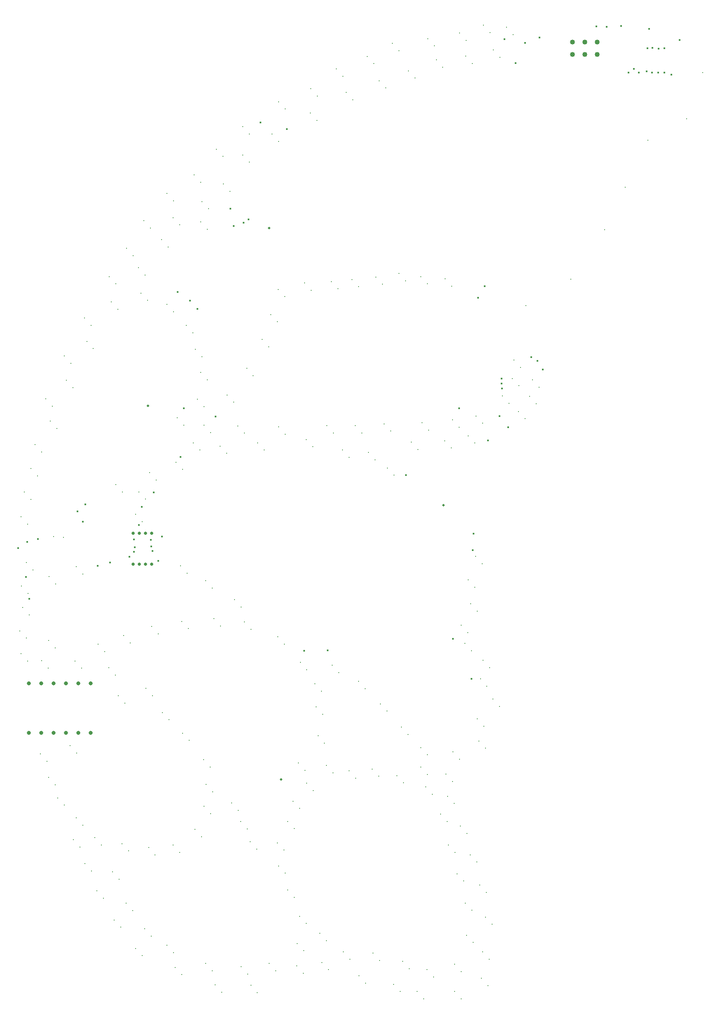
<source format=gbr>
%TF.GenerationSoftware,KiCad,Pcbnew,(6.99.0-3809-g2741d0eb4b)*%
%TF.CreationDate,2022-10-22T00:35:25-04:00*%
%TF.ProjectId,StarboardWing,53746172-626f-4617-9264-57696e672e6b,rev?*%
%TF.SameCoordinates,Original*%
%TF.FileFunction,Plated,1,4,PTH,Drill*%
%TF.FilePolarity,Positive*%
%FSLAX46Y46*%
G04 Gerber Fmt 4.6, Leading zero omitted, Abs format (unit mm)*
G04 Created by KiCad (PCBNEW (6.99.0-3809-g2741d0eb4b)) date 2022-10-22 00:35:25*
%MOMM*%
%LPD*%
G01*
G04 APERTURE LIST*
%TA.AperFunction,ComponentDrill*%
%ADD10C,0.200000*%
%TD*%
%TA.AperFunction,ComponentDrill*%
%ADD11C,0.300000*%
%TD*%
%TA.AperFunction,ViaDrill*%
%ADD12C,0.400000*%
%TD*%
%TA.AperFunction,ComponentDrill*%
%ADD13C,0.500000*%
%TD*%
%TA.AperFunction,ComponentDrill*%
%ADD14C,0.650000*%
%TD*%
%TA.AperFunction,ComponentDrill*%
%ADD15C,0.800000*%
%TD*%
%TA.AperFunction,ComponentDrill*%
%ADD16C,1.016000*%
%TD*%
G04 APERTURE END LIST*
D10*
%TO.C,J17*%
X284200000Y-53500000D03*
%TO.C,J16*%
X291200000Y-43300000D03*
%TO.C,J15*%
X295400000Y-34600000D03*
%TO.C,J13*%
X300100000Y-25000000D03*
%TO.C,J12*%
X308000000Y-20600000D03*
%TO.C,J11*%
X311300000Y-11100000D03*
D11*
%TO.C,D4*%
X171058893Y-125676393D03*
%TO.C,D5*%
X171258893Y-130376393D03*
%TO.C,D156*%
X171300000Y-102300000D03*
%TO.C,D1*%
X171358893Y-116476393D03*
%TO.C,D3*%
X171658893Y-120876393D03*
%TO.C,D155*%
X171958893Y-97176393D03*
%TO.C,D2*%
X172400000Y-111650000D03*
%TO.C,D4*%
X172408893Y-127176393D03*
%TO.C,D5*%
X172608893Y-131876393D03*
%TO.C,D156*%
X172650000Y-103800000D03*
%TO.C,D1*%
X172708893Y-117976393D03*
%TO.C,D3*%
X173008893Y-122376393D03*
%TO.C,D155*%
X173308893Y-98676393D03*
%TO.C,D154*%
X173358893Y-92376393D03*
%TO.C,D2*%
X173750000Y-113150000D03*
%TO.C,D153*%
X174158893Y-87476393D03*
%TO.C,D154*%
X174708893Y-93876393D03*
%TO.C,D26*%
X175300000Y-150950000D03*
%TO.C,D7*%
X175500000Y-131850000D03*
%TO.C,D153*%
X175508893Y-88976393D03*
%TO.C,D151*%
X176400000Y-78050000D03*
%TO.C,D26*%
X176650000Y-152450000D03*
%TO.C,D7*%
X176850000Y-133350000D03*
%TO.C,D6*%
X176958893Y-127676393D03*
%TO.C,D25*%
X176958893Y-155776393D03*
%TO.C,D130*%
X177058893Y-114576393D03*
%TO.C,D152*%
X177300000Y-82650000D03*
%TO.C,D151*%
X177750000Y-79550000D03*
%TO.C,D129*%
X177974695Y-106364645D03*
%TO.C,D6*%
X178308893Y-129176393D03*
%TO.C,D25*%
X178308893Y-157276393D03*
%TO.C,D130*%
X178408893Y-116076393D03*
%TO.C,D152*%
X178650000Y-84150000D03*
%TO.C,D24*%
X178858893Y-159976393D03*
%TO.C,D129*%
X179989949Y-106470711D03*
%TO.C,D149*%
X180158893Y-69276393D03*
%TO.C,D24*%
X180208893Y-161476393D03*
%TO.C,D150*%
X180600000Y-74250000D03*
%TO.C,D27*%
X181358893Y-149276393D03*
%TO.C,D149*%
X181508893Y-70776393D03*
%TO.C,D150*%
X181950000Y-75750000D03*
%TO.C,D28*%
X182058893Y-168576393D03*
%TO.C,D8*%
X182358893Y-131876393D03*
%TO.C,D131*%
X182650000Y-112500000D03*
%TO.C,D23*%
X182658893Y-164076393D03*
%TO.C,D27*%
X182708893Y-150776393D03*
%TO.C,D28*%
X183408893Y-170076393D03*
%TO.C,D8*%
X183708893Y-133376393D03*
%TO.C,D131*%
X184000000Y-114000000D03*
%TO.C,D23*%
X184008893Y-165576393D03*
%TO.C,D147*%
X184358893Y-61476393D03*
%TO.C,D29*%
X184450000Y-173500000D03*
%TO.C,D148*%
X184800000Y-66250000D03*
%TO.C,D147*%
X185708893Y-62976393D03*
%TO.C,D29*%
X185800000Y-175000000D03*
%TO.C,D148*%
X186150000Y-67750000D03*
%TO.C,D22*%
X186458893Y-168176393D03*
%TO.C,D31*%
X186900000Y-179050000D03*
%TO.C,D9*%
X187100000Y-128450000D03*
%TO.C,D22*%
X187808893Y-169676393D03*
%TO.C,D31*%
X188250000Y-180550000D03*
%TO.C,D9*%
X188450000Y-129950000D03*
%TO.C,D10*%
X189300000Y-133250000D03*
%TO.C,D157*%
X189400000Y-52950000D03*
%TO.C,D146*%
X189800000Y-58150000D03*
%TO.C,D30*%
X190100000Y-175150000D03*
%TO.C,D33*%
X190400000Y-185050000D03*
%TO.C,D10*%
X190650000Y-134750000D03*
%TO.C,D157*%
X190750000Y-54450000D03*
%TO.C,D128*%
X190800000Y-95650000D03*
%TO.C,D146*%
X191150000Y-59650000D03*
%TO.C,D11*%
X191300000Y-139050000D03*
%TO.C,D30*%
X191450000Y-176650000D03*
%TO.C,D33*%
X191750000Y-186550000D03*
%TO.C,D21*%
X192058893Y-169376393D03*
%TO.C,D128*%
X192150000Y-97150000D03*
%TO.C,D87*%
X192358893Y-126676393D03*
%TO.C,D11*%
X192650000Y-140550000D03*
%TO.C,D32*%
X192850000Y-181600000D03*
%TO.C,D159*%
X193000000Y-47150000D03*
%TO.C,D21*%
X193408893Y-170876393D03*
%TO.C,D87*%
X193708893Y-128176393D03*
%TO.C,D32*%
X194200000Y-183100000D03*
%TO.C,D159*%
X194350000Y-48650000D03*
%TO.C,D135*%
X194858893Y-101776393D03*
%TO.C,D35*%
X194858893Y-190876393D03*
%TO.C,D158*%
X195400000Y-51150000D03*
%TO.C,D127*%
X195500000Y-97150000D03*
%TO.C,D145*%
X195900000Y-56350000D03*
%TO.C,D135*%
X196208893Y-103276393D03*
%TO.C,D35*%
X196208893Y-192376393D03*
%TO.C,D161*%
X196558893Y-41476393D03*
%TO.C,D34*%
X196700000Y-186850000D03*
%TO.C,D158*%
X196750000Y-52650000D03*
%TO.C,D127*%
X196850000Y-98650000D03*
%TO.C,D12*%
X196950000Y-137500000D03*
%TO.C,D145*%
X197250000Y-57850000D03*
%TO.C,D20*%
X197500000Y-170150000D03*
%TO.C,D126*%
X197750000Y-93200000D03*
%TO.C,D161*%
X197908893Y-42976393D03*
%TO.C,D34*%
X198050000Y-188350000D03*
%TO.C,D88*%
X198158893Y-124776393D03*
%TO.C,D12*%
X198300000Y-139000000D03*
%TO.C,D20*%
X198850000Y-171650000D03*
%TO.C,D126*%
X199100000Y-94700000D03*
%TO.C,D88*%
X199508893Y-126276393D03*
%TO.C,D160*%
X200158893Y-45376393D03*
%TO.C,D13*%
X200300000Y-142450000D03*
%TO.C,D144*%
X201258893Y-58676393D03*
%TO.C,D36*%
X201258893Y-190276393D03*
%TO.C,D165*%
X201300000Y-35900000D03*
%TO.C,D160*%
X201508893Y-46876393D03*
%TO.C,D13*%
X201650000Y-143950000D03*
%TO.C,D162*%
X202500000Y-40850000D03*
%TO.C,D19*%
X202500000Y-169650000D03*
%TO.C,D144*%
X202608893Y-60176393D03*
%TO.C,D36*%
X202608893Y-191776393D03*
%TO.C,D165*%
X202650000Y-37400000D03*
%TO.C,D37*%
X202958893Y-194776393D03*
%TO.C,D125*%
X203100000Y-91050000D03*
%TO.C,D136*%
X203400000Y-81950000D03*
%TO.C,D162*%
X203850000Y-42350000D03*
%TO.C,D19*%
X203850000Y-171150000D03*
%TO.C,D132*%
X204058893Y-112376393D03*
%TO.C,D89*%
X204300000Y-123750000D03*
%TO.C,D37*%
X204308893Y-196276393D03*
%TO.C,D125*%
X204450000Y-92550000D03*
%TO.C,D14*%
X204458893Y-146676393D03*
%TO.C,D136*%
X204750000Y-83450000D03*
%TO.C,D143*%
X205258893Y-62976393D03*
%TO.C,D132*%
X205408893Y-113876393D03*
%TO.C,D89*%
X205650000Y-125250000D03*
%TO.C,D14*%
X205808893Y-148176393D03*
%TO.C,D143*%
X206608893Y-64476393D03*
%TO.C,D124*%
X206658893Y-87076393D03*
%TO.C,D166*%
X206858893Y-32076393D03*
%TO.C,D18*%
X207000000Y-166450000D03*
%TO.C,D142*%
X207100000Y-67900000D03*
%TO.C,D139*%
X207500000Y-78150000D03*
%TO.C,D124*%
X208008893Y-88576393D03*
%TO.C,D163*%
X208200000Y-41750000D03*
%TO.C,D141*%
X208200000Y-72650000D03*
%TO.C,D166*%
X208208893Y-33576393D03*
%TO.C,D18*%
X208350000Y-167950000D03*
%TO.C,D142*%
X208450000Y-69400000D03*
%TO.C,D164*%
X208500000Y-37550000D03*
%TO.C,D15*%
X208800000Y-152150000D03*
%TO.C,D139*%
X208850000Y-79650000D03*
%TO.C,D17*%
X208850000Y-161700000D03*
%TO.C,D123*%
X208858893Y-83476393D03*
%TO.C,D38*%
X209200000Y-193950000D03*
%TO.C,D133*%
X209258893Y-115376393D03*
%TO.C,D16*%
X209300000Y-157250000D03*
%TO.C,D163*%
X209550000Y-43250000D03*
%TO.C,D141*%
X209550000Y-74150000D03*
%TO.C,D164*%
X209850000Y-39050000D03*
%TO.C,D15*%
X210150000Y-153650000D03*
%TO.C,D17*%
X210200000Y-163200000D03*
%TO.C,D123*%
X210208893Y-84976393D03*
%TO.C,D38*%
X210550000Y-195450000D03*
%TO.C,D133*%
X210608893Y-116876393D03*
%TO.C,D16*%
X210650000Y-158750000D03*
%TO.C,D90*%
X210958893Y-123176393D03*
%TO.C,D39*%
X211150000Y-198400000D03*
%TO.C,D168*%
X211450000Y-26800000D03*
%TO.C,D122*%
X212200000Y-87750000D03*
%TO.C,D90*%
X212308893Y-124676393D03*
%TO.C,D39*%
X212500000Y-199900000D03*
%TO.C,D168*%
X212800000Y-28300000D03*
%TO.C,D167*%
X212858893Y-33976393D03*
%TO.C,D122*%
X213550000Y-89250000D03*
%TO.C,D140*%
X213600000Y-77250000D03*
%TO.C,D167*%
X214208893Y-35476393D03*
%TO.C,D86*%
X214600000Y-161050000D03*
%TO.C,D140*%
X214950000Y-78750000D03*
%TO.C,D134*%
X215158893Y-119276393D03*
%TO.C,D121*%
X215850000Y-83600000D03*
%TO.C,D86*%
X215950000Y-162550000D03*
%TO.C,D85*%
X216400000Y-164850000D03*
%TO.C,D40*%
X216500000Y-194650000D03*
%TO.C,D134*%
X216508893Y-120776393D03*
%TO.C,D170*%
X216850000Y-22200000D03*
%TO.C,D169*%
X216858893Y-27976393D03*
%TO.C,D121*%
X217200000Y-85100000D03*
%TO.C,D91*%
X217200000Y-123850000D03*
%TO.C,D235*%
X217650000Y-71800000D03*
%TO.C,D85*%
X217750000Y-166350000D03*
%TO.C,D40*%
X217850000Y-196150000D03*
%TO.C,D170*%
X218200000Y-23700000D03*
%TO.C,D169*%
X218208893Y-29476393D03*
%TO.C,D84*%
X218350000Y-169000000D03*
%TO.C,D41*%
X218500000Y-198450000D03*
%TO.C,D91*%
X218550000Y-125350000D03*
%TO.C,D235*%
X219000000Y-73300000D03*
%TO.C,D84*%
X219700000Y-170500000D03*
%TO.C,D41*%
X219850000Y-199950000D03*
%TO.C,D120*%
X219858893Y-87076393D03*
%TO.C,D234*%
X220800000Y-65850000D03*
%TO.C,D120*%
X221208893Y-88576393D03*
%TO.C,D234*%
X222150000Y-67350000D03*
%TO.C,D42*%
X222258893Y-193976393D03*
%TO.C,D233*%
X222600000Y-60750000D03*
%TO.C,D171*%
X222850000Y-23700000D03*
%TO.C,D42*%
X223608893Y-195476393D03*
%TO.C,D233*%
X223950000Y-62250000D03*
%TO.C,D80*%
X223950000Y-169200000D03*
%TO.C,D92*%
X224050000Y-126900000D03*
%TO.C,D232*%
X224158893Y-55576393D03*
%TO.C,D172*%
X224200000Y-17050000D03*
%TO.C,D171*%
X224200000Y-25200000D03*
%TO.C,D119*%
X224200000Y-83850000D03*
%TO.C,D81*%
X224200000Y-173950000D03*
%TO.C,D80*%
X225300000Y-170700000D03*
%TO.C,D92*%
X225400000Y-128400000D03*
%TO.C,D232*%
X225508893Y-57076393D03*
%TO.C,D172*%
X225550000Y-18550000D03*
%TO.C,D119*%
X225550000Y-85350000D03*
%TO.C,D81*%
X225550000Y-175450000D03*
%TO.C,D79*%
X226050000Y-164800000D03*
%TO.C,D82*%
X226050000Y-178900000D03*
%TO.C,D78*%
X227200000Y-160650000D03*
%TO.C,D79*%
X227400000Y-166300000D03*
%TO.C,D82*%
X227400000Y-180400000D03*
%TO.C,D43*%
X227900000Y-194450000D03*
%TO.C,D44*%
X228058893Y-189876393D03*
%TO.C,D76*%
X228300000Y-152850000D03*
%TO.C,D78*%
X228550000Y-162150000D03*
%TO.C,D83*%
X228558893Y-184276393D03*
%TO.C,D93*%
X228658893Y-132176393D03*
%TO.C,D43*%
X229250000Y-195950000D03*
%TO.C,D44*%
X229408893Y-191376393D03*
%TO.C,D227*%
X229558893Y-54276393D03*
%TO.C,D76*%
X229650000Y-154350000D03*
%TO.C,D118*%
X229850000Y-86400000D03*
%TO.C,D83*%
X229908893Y-185776393D03*
%TO.C,D75*%
X229958893Y-156976393D03*
%TO.C,D93*%
X230008893Y-133676393D03*
%TO.C,D173*%
X230700000Y-19400000D03*
%TO.C,D174*%
X230850000Y-14400000D03*
%TO.C,D227*%
X230908893Y-55776393D03*
%TO.C,D118*%
X231200000Y-87900000D03*
%TO.C,D75*%
X231308893Y-158476393D03*
%TO.C,D94*%
X231658893Y-136576393D03*
%TO.C,D95*%
X231950000Y-141300000D03*
%TO.C,D173*%
X232050000Y-20900000D03*
%TO.C,D174*%
X232200000Y-15900000D03*
%TO.C,D96*%
X232300000Y-147250000D03*
%TO.C,D45*%
X232650000Y-187800000D03*
%TO.C,D94*%
X233008893Y-138076393D03*
%TO.C,D46*%
X233100000Y-193750000D03*
%TO.C,D95*%
X233300000Y-142800000D03*
%TO.C,D96*%
X233650000Y-148750000D03*
%TO.C,D74*%
X234000000Y-153350000D03*
%TO.C,D45*%
X234000000Y-189300000D03*
%TO.C,D236*%
X234100000Y-83550000D03*
%TO.C,D46*%
X234450000Y-195250000D03*
%TO.C,D226*%
X235058893Y-53976393D03*
%TO.C,D97*%
X235200000Y-132750000D03*
%TO.C,D74*%
X235350000Y-154850000D03*
%TO.C,D236*%
X235450000Y-85050000D03*
%TO.C,D175*%
X236100000Y-10350000D03*
%TO.C,D226*%
X236408893Y-55476393D03*
%TO.C,D97*%
X236550000Y-134250000D03*
%TO.C,D237*%
X237358893Y-88576393D03*
%TO.C,D175*%
X237450000Y-11850000D03*
%TO.C,D47*%
X237500000Y-191600000D03*
%TO.C,D176*%
X238100000Y-15150000D03*
%TO.C,D73*%
X238700000Y-154450000D03*
%TO.C,D237*%
X238708893Y-90076393D03*
%TO.C,D47*%
X238850000Y-193100000D03*
%TO.C,D225*%
X239300000Y-53550000D03*
%TO.C,D176*%
X239450000Y-16650000D03*
%TO.C,D238*%
X240000000Y-83550000D03*
%TO.C,D73*%
X240050000Y-155950000D03*
%TO.C,D98*%
X240600000Y-136050000D03*
%TO.C,D225*%
X240650000Y-55050000D03*
%TO.C,D49*%
X240750000Y-196500000D03*
%TO.C,D238*%
X241350000Y-85050000D03*
%TO.C,D98*%
X241950000Y-137550000D03*
%TO.C,D49*%
X242100000Y-198000000D03*
%TO.C,D177*%
X242400000Y-7750000D03*
%TO.C,D239*%
X242700000Y-89050000D03*
%TO.C,D72*%
X243400000Y-154050000D03*
%TO.C,D48*%
X243600000Y-191850000D03*
%TO.C,D177*%
X243750000Y-9250000D03*
%TO.C,D239*%
X244050000Y-90550000D03*
%TO.C,D224*%
X244200000Y-53050000D03*
%TO.C,D72*%
X244750000Y-155550000D03*
%TO.C,D178*%
X244900000Y-12750000D03*
%TO.C,D48*%
X244950000Y-193350000D03*
%TO.C,D99*%
X245158893Y-140676393D03*
%TO.C,D224*%
X245550000Y-54550000D03*
%TO.C,D240*%
X245858893Y-83176393D03*
%TO.C,D178*%
X246250000Y-14250000D03*
%TO.C,D99*%
X246508893Y-142176393D03*
%TO.C,D117*%
X246600000Y-92250000D03*
%TO.C,D240*%
X247208893Y-84676393D03*
%TO.C,D179*%
X247558893Y-5076393D03*
%TO.C,D50*%
X247800000Y-198250000D03*
%TO.C,D117*%
X247950000Y-93750000D03*
%TO.C,D71*%
X248500000Y-155400000D03*
%TO.C,D223*%
X248900000Y-52350000D03*
%TO.C,D179*%
X248908893Y-6576393D03*
%TO.C,D50*%
X249150000Y-199750000D03*
%TO.C,D100*%
X249458893Y-145476393D03*
%TO.C,D51*%
X249700000Y-193550000D03*
%TO.C,D71*%
X249850000Y-156900000D03*
%TO.C,D223*%
X250250000Y-53850000D03*
%TO.C,D100*%
X250808893Y-146976393D03*
%TO.C,D180*%
X250900000Y-10700000D03*
%TO.C,D51*%
X251050000Y-195050000D03*
%TO.C,D241*%
X251458893Y-86976393D03*
%TO.C,D180*%
X252250000Y-12200000D03*
%TO.C,D52*%
X252650000Y-199700000D03*
%TO.C,D241*%
X252808893Y-88476393D03*
%TO.C,D222*%
X253400000Y-52950000D03*
%TO.C,D101*%
X253400000Y-149650000D03*
%TO.C,D70*%
X253450000Y-153700000D03*
%TO.C,D242*%
X253658893Y-82976393D03*
%TO.C,D52*%
X254000000Y-201200000D03*
%TO.C,D68*%
X254400000Y-157750000D03*
%TO.C,D53*%
X254700000Y-195250000D03*
%TO.C,D222*%
X254750000Y-54450000D03*
%TO.C,D101*%
X254750000Y-151150000D03*
%TO.C,D70*%
X254800000Y-155200000D03*
%TO.C,D181*%
X254850000Y-4100000D03*
%TO.C,D242*%
X255008893Y-84476393D03*
%TO.C,D68*%
X255750000Y-159250000D03*
%TO.C,D53*%
X256050000Y-196750000D03*
%TO.C,D181*%
X256200000Y-5600000D03*
%TO.C,D182*%
X256600000Y-8450000D03*
%TO.C,D66*%
X257450000Y-163300000D03*
%TO.C,D182*%
X257950000Y-9950000D03*
%TO.C,D243*%
X258300000Y-86650000D03*
%TO.C,D221*%
X258400000Y-53450000D03*
%TO.C,D69*%
X258550000Y-155100000D03*
%TO.C,D66*%
X258800000Y-164800000D03*
%TO.C,D67*%
X258900000Y-159650000D03*
%TO.C,D64*%
X259058893Y-169676393D03*
%TO.C,D243*%
X259650000Y-88150000D03*
%TO.C,D221*%
X259750000Y-54950000D03*
%TO.C,D69*%
X259900000Y-156600000D03*
%TO.C,D244*%
X259958893Y-82376393D03*
%TO.C,D102*%
X260000000Y-150550000D03*
%TO.C,D67*%
X260250000Y-161150000D03*
%TO.C,D55*%
X260400000Y-194150000D03*
%TO.C,D54*%
X260400000Y-199750000D03*
%TO.C,D64*%
X260408893Y-171176393D03*
%TO.C,D62*%
X260900000Y-175550000D03*
%TO.C,D244*%
X261308893Y-83876393D03*
%TO.C,D102*%
X261350000Y-152050000D03*
%TO.C,D184*%
X261400000Y-2950000D03*
%TO.C,D65*%
X261550000Y-165800000D03*
%TO.C,D109*%
X261700000Y-124550000D03*
%TO.C,D55*%
X261750000Y-195650000D03*
%TO.C,D54*%
X261750000Y-201250000D03*
%TO.C,D62*%
X262250000Y-177050000D03*
%TO.C,D108*%
X262500000Y-128250000D03*
%TO.C,D60*%
X262558893Y-181576393D03*
%TO.C,D183*%
X262658893Y-7676393D03*
%TO.C,D184*%
X262750000Y-4450000D03*
%TO.C,D58*%
X262858893Y-188176393D03*
%TO.C,D65*%
X262900000Y-167300000D03*
%TO.C,D109*%
X263050000Y-126050000D03*
%TO.C,D245*%
X263200000Y-85650000D03*
%TO.C,D111*%
X263200000Y-115250000D03*
%TO.C,D63*%
X263600000Y-171650000D03*
%TO.C,D110*%
X263700000Y-120150000D03*
%TO.C,D108*%
X263850000Y-129750000D03*
%TO.C,D60*%
X263908893Y-183076393D03*
%TO.C,D183*%
X264008893Y-9176393D03*
%TO.C,D58*%
X264208893Y-189676393D03*
%TO.C,D245*%
X264550000Y-87150000D03*
%TO.C,D111*%
X264550000Y-116750000D03*
%TO.C,D112*%
X264658893Y-110376393D03*
%TO.C,D247*%
X264800000Y-81576393D03*
%TO.C,D63*%
X264950000Y-173150000D03*
%TO.C,D110*%
X265050000Y-121650000D03*
%TO.C,D104*%
X265058893Y-143776393D03*
%TO.C,D103*%
X265350000Y-148300000D03*
%TO.C,D61*%
X265558893Y-177876393D03*
%TO.C,D106*%
X265658893Y-135576393D03*
%TO.C,D56*%
X265900000Y-197000000D03*
%TO.C,D112*%
X266008893Y-111876393D03*
%TO.C,D247*%
X266150000Y-83076393D03*
%TO.C,D57*%
X266158893Y-191576393D03*
%TO.C,D107*%
X266200000Y-131750000D03*
%TO.C,D185*%
X266300000Y-1350000D03*
%TO.C,D104*%
X266408893Y-145276393D03*
%TO.C,D103*%
X266700000Y-149800000D03*
%TO.C,D59*%
X266700000Y-184450000D03*
%TO.C,D61*%
X266908893Y-179376393D03*
%TO.C,D106*%
X267008893Y-137076393D03*
%TO.C,D56*%
X267250000Y-198500000D03*
%TO.C,D57*%
X267508893Y-193076393D03*
%TO.C,D107*%
X267550000Y-133250000D03*
%TO.C,D185*%
X267650000Y-2850000D03*
%TO.C,D59*%
X268050000Y-185950000D03*
%TO.C,D105*%
X268258893Y-139676393D03*
%TO.C,D186*%
X268300000Y-6450000D03*
%TO.C,D105*%
X269608893Y-141176393D03*
%TO.C,D186*%
X269650000Y-7950000D03*
%TO.C,D248*%
X270158893Y-77476393D03*
%TO.C,D187*%
X271000000Y-1750000D03*
%TO.C,D248*%
X271508893Y-78976393D03*
%TO.C,D252*%
X272258893Y-73876393D03*
%TO.C,D187*%
X272350000Y-3250000D03*
%TO.C,D253*%
X272558893Y-70076393D03*
%TO.C,D249*%
X273500000Y-80650000D03*
%TO.C,D252*%
X273608893Y-75376393D03*
%TO.C,D253*%
X273908893Y-71576393D03*
%TO.C,D249*%
X274850000Y-82150000D03*
%TO.C,J18*%
X275000000Y-58900000D03*
%TO.C,D250*%
X275758893Y-77576393D03*
%TO.C,D251*%
X276358893Y-74176393D03*
%TO.C,D250*%
X277108893Y-79076393D03*
%TO.C,D251*%
X277708893Y-75676393D03*
%TD*%
D12*
X170700000Y-108700000D03*
X172300000Y-114600000D03*
X172600000Y-107400000D03*
X173000000Y-119100000D03*
X174800000Y-106800000D03*
X182900000Y-101200000D03*
X184000000Y-103300000D03*
X184500000Y-99700000D03*
X187038477Y-112319944D03*
X189600000Y-111624500D03*
X193587225Y-110485340D03*
X194463428Y-109491143D03*
X194475000Y-106900000D03*
X194661114Y-108499424D03*
X195500000Y-103975500D03*
X196063472Y-100198835D03*
X197925999Y-107037049D03*
X198069581Y-108333681D03*
X198286339Y-109311339D03*
X198599502Y-97300000D03*
X199500000Y-111300000D03*
X200224500Y-106300000D03*
X203500000Y-56100000D03*
X204100000Y-90000000D03*
X204700000Y-80000000D03*
X206000000Y-57900000D03*
X207500000Y-59600000D03*
X211245569Y-81720971D03*
X214300000Y-39000000D03*
X215000000Y-42600000D03*
X217000000Y-41924000D03*
X218062904Y-41224500D03*
X220500000Y-21300000D03*
X225912299Y-22712299D03*
X229500000Y-129800000D03*
X234300000Y-129700000D03*
X250400000Y-93700000D03*
X260000000Y-127300000D03*
X261300000Y-80000000D03*
X263800000Y-135500000D03*
X264050000Y-109150000D03*
X264300000Y-105700000D03*
X265200000Y-57300000D03*
X266505387Y-54899500D03*
X267200000Y-86600000D03*
X269600000Y-81600000D03*
X270000000Y-73900000D03*
X270000000Y-74900000D03*
X270110377Y-75893389D03*
X270600000Y-4200000D03*
X271400000Y-83900000D03*
X272931161Y-9149500D03*
X274800000Y-5000000D03*
X276100000Y-69500000D03*
X277400000Y-70300000D03*
X277825000Y-3925000D03*
X278500000Y-72000000D03*
X289500000Y-1600000D03*
X291600000Y-1700000D03*
X294600000Y-1500000D03*
X296100000Y-11100000D03*
X297235446Y-10359822D03*
X298200000Y-11100000D03*
X299800000Y-10800000D03*
X300000000Y-6100000D03*
X300300000Y-2100000D03*
X300900000Y-11100000D03*
X301000000Y-6000000D03*
X302200000Y-11100000D03*
X302300000Y-6200000D03*
X303500000Y-6100000D03*
X303500000Y-11100000D03*
X304900000Y-11500000D03*
X306600000Y-4400000D03*
D13*
%TO.C,J9*%
X197400000Y-79500000D03*
%TO.C,J8*%
X222300000Y-43000000D03*
%TO.C,J10*%
X224700000Y-156200000D03*
%TO.C,J2*%
X258100000Y-99900000D03*
D14*
%TO.C,J1*%
X194330000Y-105630000D03*
X194330000Y-111980000D03*
X195600000Y-105630000D03*
X195600000Y-111980000D03*
X196870000Y-105630000D03*
X196870000Y-111980000D03*
X198140000Y-105630000D03*
X198140000Y-111980000D03*
D15*
%TO.C,J14*%
X172940000Y-136500000D03*
X172940000Y-146660000D03*
X175480000Y-136500000D03*
X175480000Y-146660000D03*
X178020000Y-136500000D03*
X178020000Y-146660000D03*
X180560000Y-136500000D03*
X180560000Y-146660000D03*
X183100000Y-136500000D03*
X183100000Y-146660000D03*
X185640000Y-136500000D03*
X185640000Y-146660000D03*
D16*
%TO.C,X1*%
X284620000Y-4850000D03*
X284620000Y-7390000D03*
X287160000Y-4850000D03*
X287160000Y-7390000D03*
X289700000Y-4850000D03*
X289700000Y-7390000D03*
M02*

</source>
